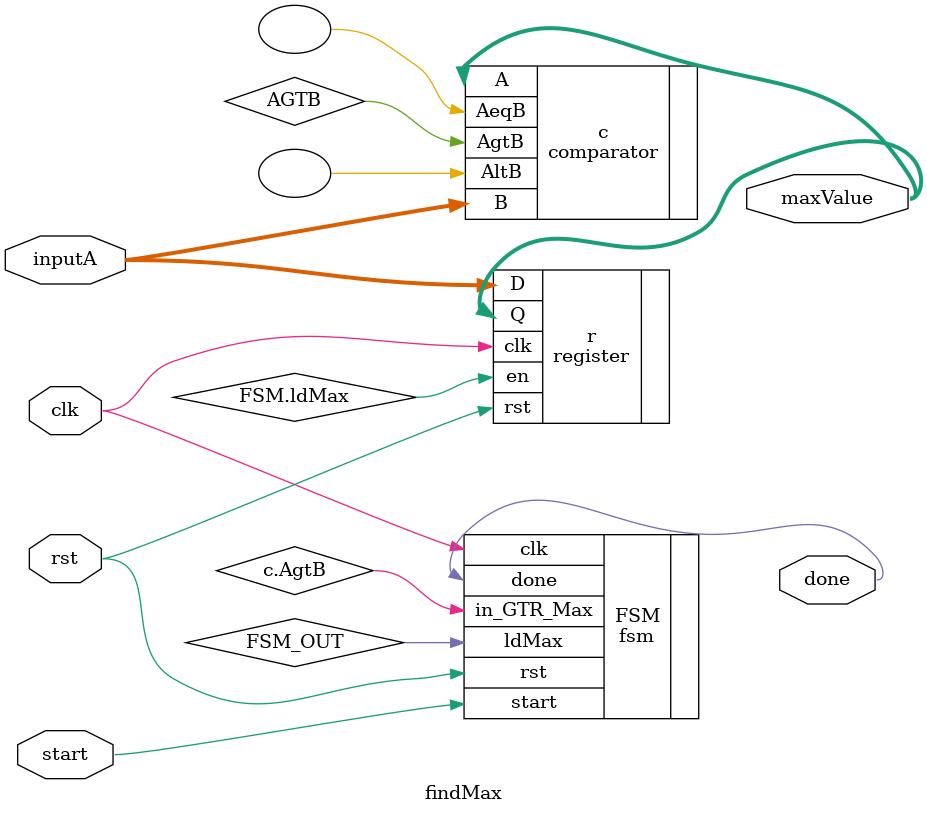
<source format=sv>

module findMax
(
input clk, rst, // clock and reset signals. rst is asserted high
// to clear register and reset FSM
input logic start, // start signal asserted to start detecting a max
// value from a stream of input values
input logic [7:0] inputA, // holds the input data that is streamed to
// the findMax FSM-D
output logic [7:0] maxValue, // holds the current maximum value for the sequence
// being checked
output done // asserted high for one cycle when the checking
// sequence is complete
);

logic AGTB,FSM_OUT;

register r(.D(inputA),.Q(maxValue),.clk(clk),.rst(rst),.en(FSM.ldMax));
comparator c(.A(maxValue),.B(inputA),.AgtB(AGTB),.AltB(),.AeqB());
fsm FSM(.clk(clk),.rst(rst),.start(start),.in_GTR_Max(c.AgtB),.ldMax(FSM_OUT),.done(done));

endmodule
</source>
